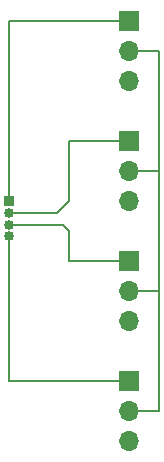
<source format=gbr>
%TF.GenerationSoftware,KiCad,Pcbnew,7.0.11+dfsg-1build4*%
%TF.CreationDate,2024-10-29T00:20:35+01:00*%
%TF.ProjectId,4to1Servosiganlforplanes,34746f31-5365-4727-966f-736967616e6c,rev?*%
%TF.SameCoordinates,Original*%
%TF.FileFunction,Copper,L1,Top*%
%TF.FilePolarity,Positive*%
%FSLAX46Y46*%
G04 Gerber Fmt 4.6, Leading zero omitted, Abs format (unit mm)*
G04 Created by KiCad (PCBNEW 7.0.11+dfsg-1build4) date 2024-10-29 00:20:35*
%MOMM*%
%LPD*%
G01*
G04 APERTURE LIST*
%TA.AperFunction,ComponentPad*%
%ADD10O,1.700000X1.700000*%
%TD*%
%TA.AperFunction,ComponentPad*%
%ADD11R,1.700000X1.700000*%
%TD*%
%TA.AperFunction,ComponentPad*%
%ADD12O,0.850000X0.850000*%
%TD*%
%TA.AperFunction,ComponentPad*%
%ADD13R,0.850000X0.850000*%
%TD*%
%TA.AperFunction,Conductor*%
%ADD14C,0.200000*%
%TD*%
G04 APERTURE END LIST*
D10*
%TO.P,M4,3,-*%
%TO.N,GND*%
X111760000Y-101600000D03*
%TO.P,M4,2,+*%
%TO.N,+5V*%
X111760000Y-99060000D03*
D11*
%TO.P,M4,1,PWM*%
%TO.N,Net-(J1-Pin_4)*%
X111760000Y-96520000D03*
%TD*%
D10*
%TO.P,M3,3,-*%
%TO.N,GND*%
X111760000Y-91440000D03*
%TO.P,M3,2,+*%
%TO.N,+5V*%
X111760000Y-88900000D03*
D11*
%TO.P,M3,1,PWM*%
%TO.N,Net-(J1-Pin_3)*%
X111760000Y-86360000D03*
%TD*%
D10*
%TO.P,M2,3,-*%
%TO.N,GND*%
X111760000Y-81280000D03*
%TO.P,M2,2,+*%
%TO.N,+5V*%
X111760000Y-78740000D03*
D11*
%TO.P,M2,1,PWM*%
%TO.N,Net-(J1-Pin_2)*%
X111760000Y-76200000D03*
%TD*%
D10*
%TO.P,M1,3,-*%
%TO.N,GND*%
X111760000Y-71120000D03*
%TO.P,M1,2,+*%
%TO.N,+5V*%
X111760000Y-68580000D03*
D11*
%TO.P,M1,1,PWM*%
%TO.N,Net-(J1-Pin_1)*%
X111760000Y-66040000D03*
%TD*%
D12*
%TO.P,J1,4,Pin_4*%
%TO.N,Net-(J1-Pin_4)*%
X101600000Y-84280000D03*
%TO.P,J1,3,Pin_3*%
%TO.N,Net-(J1-Pin_3)*%
X101600000Y-83280000D03*
%TO.P,J1,2,Pin_2*%
%TO.N,Net-(J1-Pin_2)*%
X101600000Y-82280000D03*
D13*
%TO.P,J1,1,Pin_1*%
%TO.N,Net-(J1-Pin_1)*%
X101600000Y-81280000D03*
%TD*%
D14*
%TO.N,Net-(J1-Pin_1)*%
X101600000Y-81280000D02*
X101600000Y-66040000D01*
X101600000Y-66040000D02*
X111760000Y-66040000D01*
%TO.N,Net-(J1-Pin_2)*%
X101600000Y-82280000D02*
X105680000Y-82280000D01*
X105680000Y-82280000D02*
X106680000Y-81280000D01*
X106680000Y-81280000D02*
X106680000Y-76200000D01*
X106680000Y-76200000D02*
X111760000Y-76200000D01*
%TO.N,Net-(J1-Pin_3)*%
X101600000Y-83280000D02*
X106140000Y-83280000D01*
X106140000Y-83280000D02*
X106680000Y-83820000D01*
X106680000Y-83820000D02*
X106680000Y-86360000D01*
X106680000Y-86360000D02*
X111760000Y-86360000D01*
%TO.N,Net-(J1-Pin_4)*%
X101600000Y-84280000D02*
X101600000Y-96520000D01*
X101600000Y-96520000D02*
X111760000Y-96520000D01*
%TO.N,+5V*%
X114300000Y-78740000D02*
X114300000Y-88900000D01*
X114300000Y-68580000D02*
X114300000Y-78740000D01*
X111760000Y-68580000D02*
X114300000Y-68580000D01*
X114300000Y-78740000D02*
X111760000Y-78740000D01*
X114300000Y-88900000D02*
X114300000Y-99060000D01*
X111760000Y-88900000D02*
X114300000Y-88900000D01*
X114300000Y-99060000D02*
X111760000Y-99060000D01*
%TD*%
M02*

</source>
